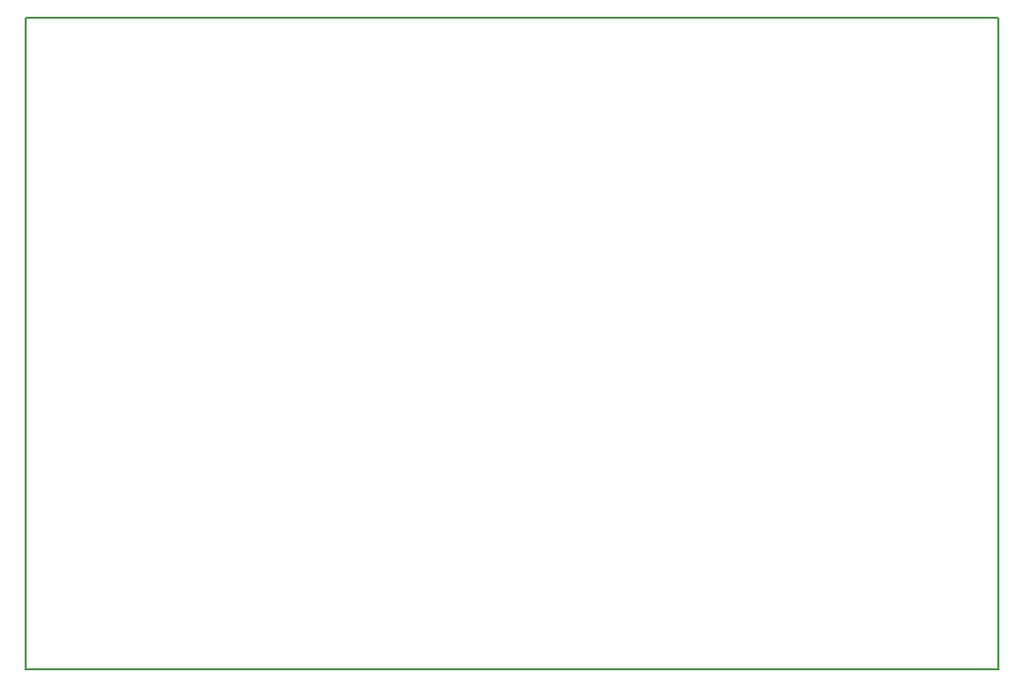
<source format=gbr>
G04 #@! TF.FileFunction,Other,User*
%FSLAX46Y46*%
G04 Gerber Fmt 4.6, Leading zero omitted, Abs format (unit mm)*
G04 Created by KiCad (PCBNEW 4.0.2-stable) date 29/12/2017 06:51:54*
%MOMM*%
G01*
G04 APERTURE LIST*
%ADD10C,0.100000*%
%ADD11C,0.200000*%
G04 APERTURE END LIST*
D10*
D11*
X103702000Y-64116000D02*
X187202000Y-64116000D01*
X103702000Y-120116000D02*
X103702000Y-64116000D01*
X187202000Y-120116000D02*
X103702000Y-120116000D01*
X187202000Y-64116000D02*
X187202000Y-120116000D01*
M02*

</source>
